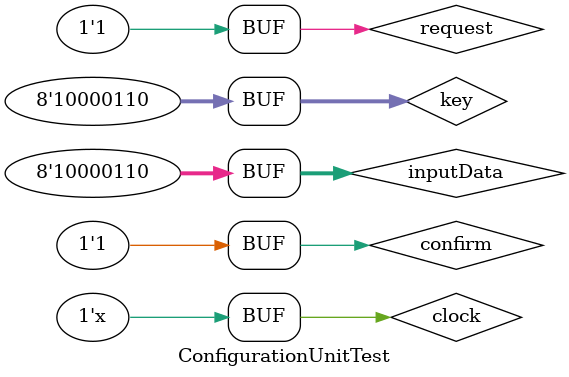
<source format=v>
`timescale 1ns / 1ps
`default_nettype none

/*
**********************************************************
** Logic Design Final Project Fall, 2019 Semester
** Amirkabir University of Technology (Tehran Polytechnic)
** Department of Computer Engineering (CEIT-AUT)
** Logic Circuit Design Laboratory
** https://ceit.aut.ac.ir
**********************************************************
** Student ID: 9731078 (Negin HajiSobhani)
** Student ID: 9731096 (Amirhossein Alibakhshi)
**********************************************************
*/

module ConfigurationUnitTest;

	// Inputs
	reg clock;
	reg request;
	reg confirm;
	reg [7:0] key;
	reg [7:0] inputData;

	// Outputs
	wire [6:0] dataP;
	wire [6:0] dataQ;

	// Instantiate the Unit Under Test (UUT)jjj
	ConfigurationUnit uut (
		.clock(clock), 
		.request(request), 
		.confirm(confirm), 
		.key(key), 
		.inputData(inputData), 
		.dataP(dataP), 
		.dataQ(dataQ)
	);

	always #40 clock = ~clock;
	initial begin
		// Initialize Inputs
		clock = 0;
		request = 0;
		confirm = 0;
		key = 8'b00000110;
		inputData = 8'b00000000;

		// Wait 100 ns for global reset to finish
		#100;
        
		// Add stimulus here
		//error state
		#50;
		request = 1;
		#20
		confirm = 1;
		#30;
		inputData = 8'b00000100;
		
		//disable state
		#50;
		request = 0;
		 
		//register state
		#50;
		request = 1;
		#20
		confirm = 1;
		#30;
		inputData = 8'b00000110;
		
		//change key
		#50;
		key = 8'b10000110;
		#20
		request = 0;
		
		//error state
		#50;
		request = 1;
		#20
		confirm = 1;
		#30;
		inputData = 8'b00000100;
		
		//disable state
		#50;
		request = 0;
		 
		//register state
		#50;
		request = 1;
		#20
		confirm = 1;
		#30;
		inputData = 8'b10000110;
	end
	
endmodule


</source>
